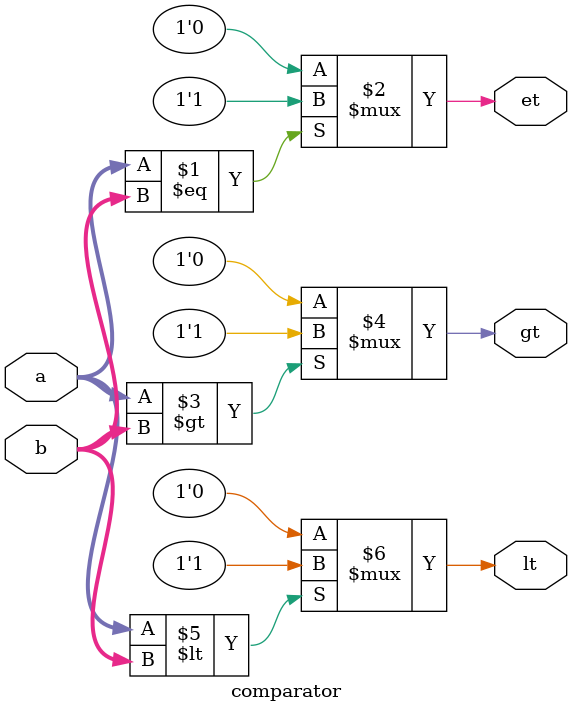
<source format=sv>
`timescale 1ns/1ns 
module comparator #(parameter n = 4)(/*AUTOARG*/
   // Outputs
   gt, lt, et,
   // Inputs
   a, b
   ); 
   input [n-1:0] a, b;
   output      gt,lt,et;
 
  /*AUTOREG*/ 
  /*AUTOWIRE*/ 

   assign et = (a == b) ? 1'b1 : 1'b0;
   assign gt = (a > b)  ? 1'b1 : 1'b0;
   assign lt = (a < b)  ? 1'b1 : 1'b0;
    
endmodule 
// Local Variables: 
// Verilog-Library-Directories: (".")
// End:

</source>
